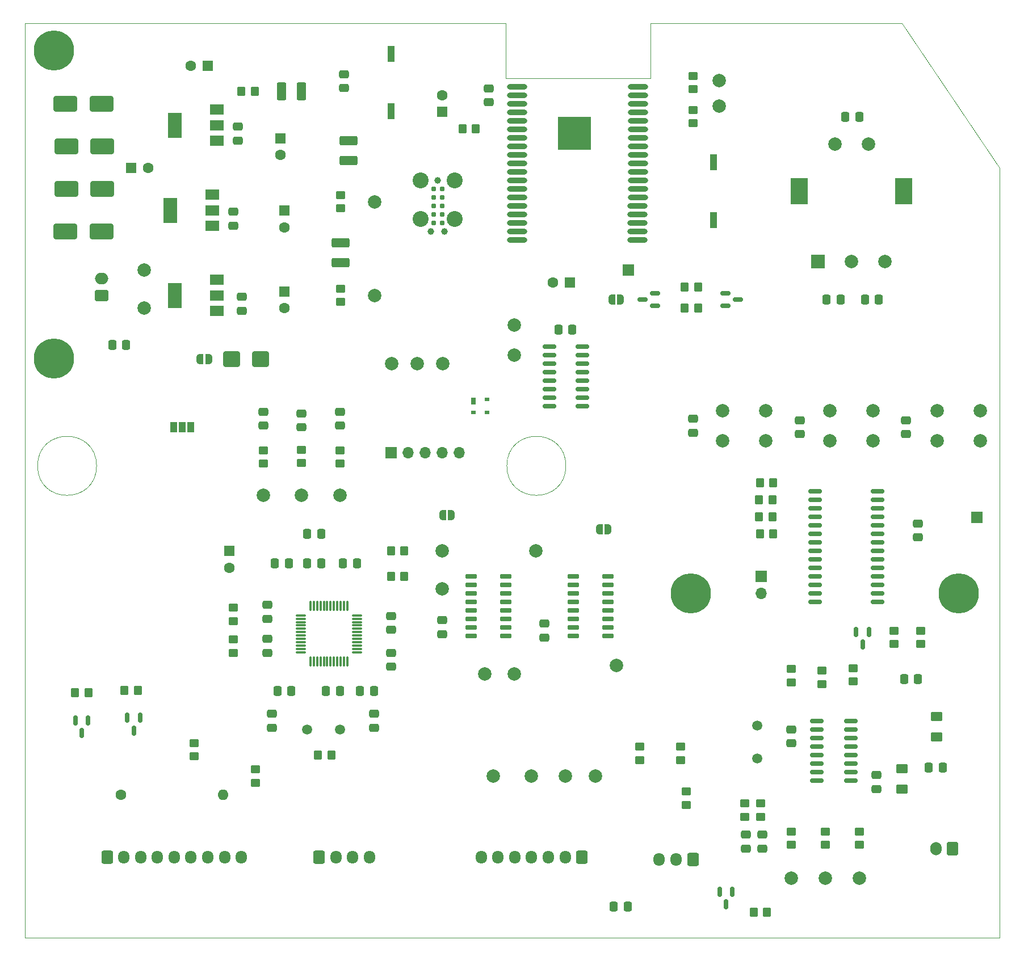
<source format=gbr>
G04 #@! TF.GenerationSoftware,KiCad,Pcbnew,7.0.1*
G04 #@! TF.CreationDate,2023-04-22T18:43:02+03:00*
G04 #@! TF.ProjectId,esp_radio,6573705f-7261-4646-996f-2e6b69636164,rev?*
G04 #@! TF.SameCoordinates,Original*
G04 #@! TF.FileFunction,Soldermask,Top*
G04 #@! TF.FilePolarity,Negative*
%FSLAX46Y46*%
G04 Gerber Fmt 4.6, Leading zero omitted, Abs format (unit mm)*
G04 Created by KiCad (PCBNEW 7.0.1) date 2023-04-22 18:43:02*
%MOMM*%
%LPD*%
G01*
G04 APERTURE LIST*
G04 Aperture macros list*
%AMRoundRect*
0 Rectangle with rounded corners*
0 $1 Rounding radius*
0 $2 $3 $4 $5 $6 $7 $8 $9 X,Y pos of 4 corners*
0 Add a 4 corners polygon primitive as box body*
4,1,4,$2,$3,$4,$5,$6,$7,$8,$9,$2,$3,0*
0 Add four circle primitives for the rounded corners*
1,1,$1+$1,$2,$3*
1,1,$1+$1,$4,$5*
1,1,$1+$1,$6,$7*
1,1,$1+$1,$8,$9*
0 Add four rect primitives between the rounded corners*
20,1,$1+$1,$2,$3,$4,$5,0*
20,1,$1+$1,$4,$5,$6,$7,0*
20,1,$1+$1,$6,$7,$8,$9,0*
20,1,$1+$1,$8,$9,$2,$3,0*%
%AMFreePoly0*
4,1,19,0.500000,-0.750000,0.000000,-0.750000,0.000000,-0.744911,-0.071157,-0.744911,-0.207708,-0.704816,-0.327430,-0.627875,-0.420627,-0.520320,-0.479746,-0.390866,-0.500000,-0.250000,-0.500000,0.250000,-0.479746,0.390866,-0.420627,0.520320,-0.327430,0.627875,-0.207708,0.704816,-0.071157,0.744911,0.000000,0.744911,0.000000,0.750000,0.500000,0.750000,0.500000,-0.750000,0.500000,-0.750000,
$1*%
%AMFreePoly1*
4,1,19,0.000000,0.744911,0.071157,0.744911,0.207708,0.704816,0.327430,0.627875,0.420627,0.520320,0.479746,0.390866,0.500000,0.250000,0.500000,-0.250000,0.479746,-0.390866,0.420627,-0.520320,0.327430,-0.627875,0.207708,-0.704816,0.071157,-0.744911,0.000000,-0.744911,0.000000,-0.750000,-0.500000,-0.750000,-0.500000,0.750000,0.000000,0.750000,0.000000,0.744911,0.000000,0.744911,
$1*%
G04 Aperture macros list end*
%ADD10R,1.600000X1.600000*%
%ADD11C,1.600000*%
%ADD12RoundRect,0.250000X0.450000X-0.350000X0.450000X0.350000X-0.450000X0.350000X-0.450000X-0.350000X0*%
%ADD13RoundRect,0.250000X-0.350000X-0.450000X0.350000X-0.450000X0.350000X0.450000X-0.350000X0.450000X0*%
%ADD14C,3.400000*%
%ADD15C,6.000000*%
%ADD16RoundRect,0.250000X0.350000X0.450000X-0.350000X0.450000X-0.350000X-0.450000X0.350000X-0.450000X0*%
%ADD17RoundRect,0.250000X0.475000X-0.337500X0.475000X0.337500X-0.475000X0.337500X-0.475000X-0.337500X0*%
%ADD18C,2.000000*%
%ADD19RoundRect,0.250000X-0.450000X0.350000X-0.450000X-0.350000X0.450000X-0.350000X0.450000X0.350000X0*%
%ADD20RoundRect,0.150000X-0.150000X0.587500X-0.150000X-0.587500X0.150000X-0.587500X0.150000X0.587500X0*%
%ADD21RoundRect,0.250000X-0.600000X-0.725000X0.600000X-0.725000X0.600000X0.725000X-0.600000X0.725000X0*%
%ADD22O,1.700000X1.950000*%
%ADD23R,1.700000X1.700000*%
%ADD24R,2.000000X1.500000*%
%ADD25R,2.000000X3.800000*%
%ADD26R,1.120000X2.440000*%
%ADD27RoundRect,0.250000X-0.337500X-0.475000X0.337500X-0.475000X0.337500X0.475000X-0.337500X0.475000X0*%
%ADD28RoundRect,0.250001X0.624999X-0.462499X0.624999X0.462499X-0.624999X0.462499X-0.624999X-0.462499X0*%
%ADD29RoundRect,0.250000X0.337500X0.475000X-0.337500X0.475000X-0.337500X-0.475000X0.337500X-0.475000X0*%
%ADD30R,2.000000X2.000000*%
%ADD31R,2.500000X4.000000*%
%ADD32RoundRect,0.075000X-0.662500X-0.075000X0.662500X-0.075000X0.662500X0.075000X-0.662500X0.075000X0*%
%ADD33RoundRect,0.075000X-0.075000X-0.662500X0.075000X-0.662500X0.075000X0.662500X-0.075000X0.662500X0*%
%ADD34RoundRect,0.150000X0.587500X0.150000X-0.587500X0.150000X-0.587500X-0.150000X0.587500X-0.150000X0*%
%ADD35RoundRect,0.250001X-1.074999X0.462499X-1.074999X-0.462499X1.074999X-0.462499X1.074999X0.462499X0*%
%ADD36RoundRect,0.250000X-0.475000X0.337500X-0.475000X-0.337500X0.475000X-0.337500X0.475000X0.337500X0*%
%ADD37FreePoly0,0.000000*%
%ADD38FreePoly1,0.000000*%
%ADD39C,1.500000*%
%ADD40RoundRect,0.150000X0.850000X0.150000X-0.850000X0.150000X-0.850000X-0.150000X0.850000X-0.150000X0*%
%ADD41RoundRect,0.150000X0.725000X0.150000X-0.725000X0.150000X-0.725000X-0.150000X0.725000X-0.150000X0*%
%ADD42RoundRect,0.250001X-0.624999X0.462499X-0.624999X-0.462499X0.624999X-0.462499X0.624999X0.462499X0*%
%ADD43RoundRect,0.250001X0.462499X1.074999X-0.462499X1.074999X-0.462499X-1.074999X0.462499X-1.074999X0*%
%ADD44FreePoly0,180.000000*%
%ADD45FreePoly1,180.000000*%
%ADD46RoundRect,0.150000X-0.825000X-0.150000X0.825000X-0.150000X0.825000X0.150000X-0.825000X0.150000X0*%
%ADD47O,3.000000X0.900000*%
%ADD48C,0.800000*%
%ADD49R,5.000000X5.000000*%
%ADD50O,1.700000X1.700000*%
%ADD51RoundRect,0.250000X-1.500000X-0.900000X1.500000X-0.900000X1.500000X0.900000X-1.500000X0.900000X0*%
%ADD52C,2.374900*%
%ADD53C,0.990600*%
%ADD54C,0.787400*%
%ADD55O,1.600000X1.600000*%
%ADD56RoundRect,0.250000X-1.000000X-0.900000X1.000000X-0.900000X1.000000X0.900000X-1.000000X0.900000X0*%
%ADD57RoundRect,0.250000X1.500000X0.900000X-1.500000X0.900000X-1.500000X-0.900000X1.500000X-0.900000X0*%
%ADD58R,0.700000X1.000000*%
%ADD59R,0.700000X0.600000*%
%ADD60RoundRect,0.150000X-0.587500X-0.150000X0.587500X-0.150000X0.587500X0.150000X-0.587500X0.150000X0*%
%ADD61RoundRect,0.150000X0.875000X0.150000X-0.875000X0.150000X-0.875000X-0.150000X0.875000X-0.150000X0*%
%ADD62R,1.000000X1.500000*%
%ADD63RoundRect,0.250000X0.600000X0.725000X-0.600000X0.725000X-0.600000X-0.725000X0.600000X-0.725000X0*%
%ADD64RoundRect,0.250000X0.750000X-0.600000X0.750000X0.600000X-0.750000X0.600000X-0.750000X-0.600000X0*%
%ADD65O,2.000000X1.700000*%
%ADD66RoundRect,0.250000X0.600000X0.750000X-0.600000X0.750000X-0.600000X-0.750000X0.600000X-0.750000X0*%
%ADD67O,1.700000X2.000000*%
G04 #@! TA.AperFunction,Profile*
%ADD68C,0.100000*%
G04 #@! TD*
G04 APERTURE END LIST*
D10*
X152400000Y-32320113D03*
D11*
X152400000Y-29820113D03*
D12*
X204470000Y-117443000D03*
X204470000Y-115443000D03*
D13*
X199820000Y-87630000D03*
X201820000Y-87630000D03*
D14*
X94489000Y-69140000D03*
D15*
X94489000Y-69140000D03*
D16*
X135890000Y-128270000D03*
X133890000Y-128270000D03*
D17*
X159385000Y-30882500D03*
X159385000Y-28807500D03*
D18*
X165735000Y-131445000D03*
D19*
X209550000Y-139700000D03*
X209550000Y-141700000D03*
D12*
X125730000Y-84820000D03*
X125730000Y-82820000D03*
X181864000Y-129032000D03*
X181864000Y-127032000D03*
D16*
X146780000Y-97790000D03*
X144780000Y-97790000D03*
D18*
X158750000Y-116205000D03*
X204470000Y-146685000D03*
D20*
X195719500Y-148729500D03*
X193819500Y-148729500D03*
X194769500Y-150604500D03*
D21*
X134105000Y-143510000D03*
D22*
X136605000Y-143510000D03*
X139105000Y-143510000D03*
X141605000Y-143510000D03*
D16*
X190595000Y-61595000D03*
X188595000Y-61595000D03*
D23*
X180213000Y-55880000D03*
D12*
X137270000Y-46720000D03*
X137270000Y-44720000D03*
D18*
X170815000Y-131445000D03*
D24*
X118830000Y-36590000D03*
X118830000Y-34290000D03*
D25*
X112530000Y-34290000D03*
D24*
X118830000Y-31990000D03*
D26*
X144780000Y-23635000D03*
X144780000Y-32245000D03*
D18*
X209550000Y-146685000D03*
D27*
X169777500Y-64770000D03*
X171852500Y-64770000D03*
D18*
X107950000Y-61595000D03*
D28*
X226187000Y-125566500D03*
X226187000Y-122591500D03*
D29*
X129942500Y-118745000D03*
X127867500Y-118745000D03*
D30*
X208489000Y-54640000D03*
D18*
X218489000Y-54640000D03*
X213489000Y-54640000D03*
D31*
X205739000Y-44140000D03*
X221239000Y-44140000D03*
D18*
X210989000Y-37140000D03*
X215989000Y-37140000D03*
D17*
X144780000Y-109622500D03*
X144780000Y-107547500D03*
D29*
X180107500Y-150876000D03*
X178032500Y-150876000D03*
X134387500Y-95250000D03*
X132312500Y-95250000D03*
D32*
X131382500Y-107457500D03*
X131382500Y-107957500D03*
X131382500Y-108457500D03*
X131382500Y-108957500D03*
X131382500Y-109457500D03*
X131382500Y-109957500D03*
X131382500Y-110457500D03*
X131382500Y-110957500D03*
X131382500Y-111457500D03*
X131382500Y-111957500D03*
X131382500Y-112457500D03*
X131382500Y-112957500D03*
D33*
X132795000Y-114370000D03*
X133295000Y-114370000D03*
X133795000Y-114370000D03*
X134295000Y-114370000D03*
X134795000Y-114370000D03*
X135295000Y-114370000D03*
X135795000Y-114370000D03*
X136295000Y-114370000D03*
X136795000Y-114370000D03*
X137295000Y-114370000D03*
X137795000Y-114370000D03*
X138295000Y-114370000D03*
D32*
X139707500Y-112957500D03*
X139707500Y-112457500D03*
X139707500Y-111957500D03*
X139707500Y-111457500D03*
X139707500Y-110957500D03*
X139707500Y-110457500D03*
X139707500Y-109957500D03*
X139707500Y-109457500D03*
X139707500Y-108957500D03*
X139707500Y-108457500D03*
X139707500Y-107957500D03*
X139707500Y-107457500D03*
D33*
X138295000Y-106045000D03*
X137795000Y-106045000D03*
X137295000Y-106045000D03*
X136795000Y-106045000D03*
X136295000Y-106045000D03*
X135795000Y-106045000D03*
X135295000Y-106045000D03*
X134795000Y-106045000D03*
X134295000Y-106045000D03*
X133795000Y-106045000D03*
X133295000Y-106045000D03*
X132795000Y-106045000D03*
D18*
X131445000Y-89535000D03*
X142350000Y-45720000D03*
X193785000Y-27665000D03*
D19*
X124587000Y-130461000D03*
X124587000Y-132461000D03*
X204470000Y-139700000D03*
X204470000Y-141700000D03*
D34*
X184182500Y-61275000D03*
X184182500Y-59375000D03*
X182307500Y-60325000D03*
D27*
X127465000Y-99695000D03*
X129540000Y-99695000D03*
D35*
X137270000Y-51852500D03*
X137270000Y-54827500D03*
D36*
X221615000Y-78337500D03*
X221615000Y-80412500D03*
D10*
X128905000Y-47054888D03*
D11*
X128905000Y-49554888D03*
D36*
X122555000Y-59922500D03*
X122555000Y-61997500D03*
D19*
X197609600Y-135519500D03*
X197609600Y-137519500D03*
D18*
X232739000Y-81390000D03*
X226239000Y-81390000D03*
X232739000Y-76890000D03*
X226239000Y-76890000D03*
D26*
X192900000Y-48480000D03*
X192900000Y-39870000D03*
D19*
X199898000Y-135519500D03*
X199898000Y-137519500D03*
D37*
X177740000Y-60325000D03*
D38*
X179040000Y-60325000D03*
D12*
X189865000Y-34020000D03*
X189865000Y-32020000D03*
D23*
X232156000Y-92837000D03*
D39*
X199390000Y-128815000D03*
X199390000Y-123915000D03*
D36*
X126365000Y-105875000D03*
X126365000Y-107950000D03*
D18*
X137160000Y-89535000D03*
D24*
X118830000Y-61990000D03*
X118830000Y-59690000D03*
D25*
X112530000Y-59690000D03*
D24*
X118830000Y-57390000D03*
D40*
X213360000Y-132080000D03*
X213360000Y-130810000D03*
X213360000Y-129540000D03*
X213360000Y-128270000D03*
X213360000Y-127000000D03*
X213360000Y-125730000D03*
X213360000Y-124460000D03*
X213360000Y-123190000D03*
X208360000Y-123190000D03*
X208360000Y-124460000D03*
X208360000Y-125730000D03*
X208360000Y-127000000D03*
X208360000Y-128270000D03*
X208360000Y-129540000D03*
X208360000Y-130810000D03*
X208360000Y-132080000D03*
D41*
X177165000Y-110490000D03*
X177165000Y-109220000D03*
X177165000Y-107950000D03*
X177165000Y-106680000D03*
X177165000Y-105410000D03*
X177165000Y-104140000D03*
X177165000Y-102870000D03*
X177165000Y-101600000D03*
X172015000Y-101600000D03*
X172015000Y-102870000D03*
X172015000Y-104140000D03*
X172015000Y-105410000D03*
X172015000Y-106680000D03*
X172015000Y-107950000D03*
X172015000Y-109220000D03*
X172015000Y-110490000D03*
D17*
X204470000Y-126535000D03*
X204470000Y-124460000D03*
D19*
X188849000Y-133747000D03*
X188849000Y-135747000D03*
D27*
X135085000Y-118745000D03*
X137160000Y-118745000D03*
D13*
X199725000Y-90170000D03*
X201725000Y-90170000D03*
D18*
X125730000Y-89535000D03*
D36*
X121285000Y-47222500D03*
X121285000Y-49297500D03*
D42*
X220980000Y-130375000D03*
X220980000Y-133350000D03*
D14*
X94489000Y-23140000D03*
D15*
X94489000Y-23140000D03*
D13*
X199820000Y-95250000D03*
X201820000Y-95250000D03*
D36*
X142240000Y-122152500D03*
X142240000Y-124227500D03*
D17*
X152400000Y-110257500D03*
X152400000Y-108182500D03*
D21*
X102475000Y-143510000D03*
D22*
X104975000Y-143510000D03*
X107475000Y-143510000D03*
X109975000Y-143510000D03*
X112475000Y-143510000D03*
X114975000Y-143510000D03*
X117475000Y-143510000D03*
X119975000Y-143510000D03*
X122475000Y-143510000D03*
D17*
X217170000Y-133350000D03*
X217170000Y-131275000D03*
D19*
X214630000Y-139700000D03*
X214630000Y-141700000D03*
D12*
X131445000Y-84725000D03*
X131445000Y-82725000D03*
D43*
X131445000Y-29210000D03*
X128470000Y-29210000D03*
D44*
X117602000Y-69215000D03*
D45*
X116302000Y-69215000D03*
D46*
X168405000Y-67310000D03*
X168405000Y-68580000D03*
X168405000Y-69850000D03*
X168405000Y-71120000D03*
X168405000Y-72390000D03*
X168405000Y-73660000D03*
X168405000Y-74930000D03*
X168405000Y-76200000D03*
X173355000Y-76200000D03*
X173355000Y-74930000D03*
X173355000Y-73660000D03*
X173355000Y-72390000D03*
X173355000Y-71120000D03*
X173355000Y-69850000D03*
X173355000Y-68580000D03*
X173355000Y-67310000D03*
D17*
X167640000Y-110744000D03*
X167640000Y-108669000D03*
D47*
X163580000Y-28575000D03*
X163580000Y-29845000D03*
X163580000Y-31115000D03*
X163580000Y-32385000D03*
X163580000Y-33655000D03*
X163580000Y-34925000D03*
X163580000Y-36195000D03*
X163580000Y-37465000D03*
X163580000Y-38735000D03*
X163580000Y-40005000D03*
X163580000Y-41275000D03*
X163580000Y-42545000D03*
X163580000Y-43815000D03*
X163580000Y-45085000D03*
X163580000Y-46385000D03*
X163580000Y-47655000D03*
X163580000Y-48925000D03*
X163580000Y-50195000D03*
X163580000Y-51465000D03*
X181580000Y-51465000D03*
X181580000Y-50195000D03*
X181580000Y-48925000D03*
X181580000Y-47655000D03*
X181580000Y-46385000D03*
X181610000Y-45085000D03*
X181610000Y-43815000D03*
X181610000Y-42545000D03*
X181610000Y-41275000D03*
X181610000Y-40005000D03*
X181610000Y-38735000D03*
X181610000Y-37465000D03*
X181610000Y-36195000D03*
X181610000Y-34925000D03*
X181610000Y-33655000D03*
X181610000Y-32385000D03*
X181610000Y-31115000D03*
X181610000Y-29845000D03*
X181610000Y-28575000D03*
D48*
X170180000Y-33485000D03*
X170180000Y-34485000D03*
X170180000Y-35485000D03*
X170180000Y-36485000D03*
X170180000Y-37485000D03*
X171180000Y-33485000D03*
X171180000Y-34485000D03*
X171180000Y-35485000D03*
X171180000Y-36485000D03*
X171180000Y-37485000D03*
X172180000Y-33485000D03*
X172180000Y-34485000D03*
X172180000Y-35485000D03*
D49*
X172180000Y-35495000D03*
D48*
X172180000Y-36485000D03*
X172180000Y-37485000D03*
X173180000Y-33485000D03*
X173180000Y-34485000D03*
X173180000Y-35485000D03*
X173180000Y-36485000D03*
X173180000Y-37485000D03*
X174180000Y-33485000D03*
X174180000Y-34485000D03*
X174180000Y-35485000D03*
X174180000Y-36485000D03*
X174180000Y-37485000D03*
D12*
X137270000Y-60690000D03*
X137270000Y-58690000D03*
D27*
X103208000Y-67056000D03*
X105283000Y-67056000D03*
D17*
X197739000Y-142240000D03*
X197739000Y-140165000D03*
D18*
X178400000Y-114935000D03*
D20*
X99613000Y-123160000D03*
X97713000Y-123160000D03*
X98663000Y-125035000D03*
D18*
X175260000Y-131445000D03*
X214630000Y-146685000D03*
D23*
X200025000Y-101600000D03*
D50*
X200025000Y-104140000D03*
D51*
X96200000Y-50165000D03*
X101600000Y-50165000D03*
D18*
X152400000Y-97790000D03*
D17*
X144780000Y-115105000D03*
X144780000Y-113030000D03*
D13*
X199725000Y-92710000D03*
X201725000Y-92710000D03*
D44*
X153797000Y-92456000D03*
D45*
X152497000Y-92456000D03*
D18*
X216739000Y-81390000D03*
X210239000Y-81390000D03*
X216739000Y-76890000D03*
X210239000Y-76890000D03*
D13*
X105061000Y-118618000D03*
X107061000Y-118618000D03*
D17*
X125730000Y-79142500D03*
X125730000Y-77067500D03*
D19*
X219837000Y-109744000D03*
X219837000Y-111744000D03*
D35*
X138430000Y-36612500D03*
X138430000Y-39587500D03*
D36*
X137795000Y-26670000D03*
X137795000Y-28745000D03*
D14*
X189489000Y-104140000D03*
D15*
X189489000Y-104140000D03*
D18*
X163195000Y-64135000D03*
D17*
X127000000Y-124227500D03*
X127000000Y-122152500D03*
D13*
X97663000Y-119017500D03*
X99663000Y-119017500D03*
D17*
X131445000Y-79375000D03*
X131445000Y-77300000D03*
D18*
X166370000Y-97790000D03*
D19*
X115443000Y-126492000D03*
X115443000Y-128492000D03*
D13*
X122460000Y-29210000D03*
X124460000Y-29210000D03*
D27*
X221339500Y-116967000D03*
X223414500Y-116967000D03*
D29*
X227097500Y-130175000D03*
X225022500Y-130175000D03*
D39*
X132260000Y-124460000D03*
X137160000Y-124460000D03*
D19*
X213741000Y-115332000D03*
X213741000Y-117332000D03*
D27*
X140165000Y-118745000D03*
X142240000Y-118745000D03*
D52*
X154305000Y-42545000D03*
D53*
X151765000Y-42545000D03*
D52*
X149225000Y-42545000D03*
X154305000Y-48260000D03*
X149225000Y-48260000D03*
D53*
X152781000Y-50165000D03*
X150749000Y-50165000D03*
D54*
X151130000Y-43815000D03*
X151130000Y-45085000D03*
X151130000Y-46355000D03*
X151130000Y-47625000D03*
X151130000Y-48895000D03*
X152400000Y-48895000D03*
X152400000Y-47625000D03*
X152400000Y-46355000D03*
X152400000Y-45085000D03*
X152400000Y-43815000D03*
D24*
X118170000Y-49290000D03*
X118170000Y-46990000D03*
D25*
X111870000Y-46990000D03*
D24*
X118170000Y-44690000D03*
D36*
X223393000Y-93726000D03*
X223393000Y-95801000D03*
D20*
X216088000Y-109933500D03*
X214188000Y-109933500D03*
X215138000Y-111808500D03*
D12*
X137160000Y-84820000D03*
X137160000Y-82820000D03*
D20*
X107376000Y-122760500D03*
X105476000Y-122760500D03*
X106426000Y-124635500D03*
D11*
X104521000Y-134239000D03*
D55*
X119761000Y-134239000D03*
D56*
X121040000Y-69215000D03*
X125340000Y-69215000D03*
D18*
X160020000Y-131445000D03*
D14*
X229489000Y-104140000D03*
D15*
X229489000Y-104140000D03*
D19*
X209042000Y-115713000D03*
X209042000Y-117713000D03*
D18*
X152510000Y-69850000D03*
D57*
X101600000Y-31115000D03*
X96200000Y-31115000D03*
D19*
X223774000Y-109744000D03*
X223774000Y-111744000D03*
D51*
X96360000Y-37465000D03*
X101760000Y-37465000D03*
D13*
X188595000Y-58420000D03*
X190595000Y-58420000D03*
D10*
X128270000Y-36235000D03*
D11*
X128270000Y-38735000D03*
D18*
X152400000Y-103505000D03*
D12*
X187960000Y-129032000D03*
X187960000Y-127032000D03*
D18*
X107950000Y-55880000D03*
D27*
X137625000Y-99695000D03*
X139700000Y-99695000D03*
D36*
X121920000Y-34522500D03*
X121920000Y-36597500D03*
D18*
X163195000Y-116205000D03*
D19*
X189865000Y-26940000D03*
X189865000Y-28940000D03*
D18*
X163195000Y-68580000D03*
D17*
X137160000Y-79142500D03*
X137160000Y-77067500D03*
D19*
X121285000Y-111030000D03*
X121285000Y-113030000D03*
D57*
X101760000Y-43815000D03*
X96360000Y-43815000D03*
D58*
X157115000Y-75450000D03*
D59*
X157115000Y-77150000D03*
X159115000Y-77150000D03*
X159115000Y-75250000D03*
D18*
X193785000Y-31475000D03*
D10*
X171450000Y-57785000D03*
D11*
X168950000Y-57785000D03*
D18*
X142350000Y-59690000D03*
D60*
X194705000Y-59375000D03*
X194705000Y-61275000D03*
X196580000Y-60325000D03*
D29*
X217572500Y-60325000D03*
X215497500Y-60325000D03*
X214630000Y-33020000D03*
X212555000Y-33020000D03*
D41*
X161925000Y-110490000D03*
X161925000Y-109220000D03*
X161925000Y-107950000D03*
X161925000Y-106680000D03*
X161925000Y-105410000D03*
X161925000Y-104140000D03*
X161925000Y-102870000D03*
X161925000Y-101600000D03*
X156775000Y-101600000D03*
X156775000Y-102870000D03*
X156775000Y-104140000D03*
X156775000Y-105410000D03*
X156775000Y-106680000D03*
X156775000Y-107950000D03*
X156775000Y-109220000D03*
X156775000Y-110490000D03*
D13*
X155464000Y-34798000D03*
X157464000Y-34798000D03*
D36*
X205740000Y-78337500D03*
X205740000Y-80412500D03*
D61*
X217375000Y-105410000D03*
X217375000Y-104140000D03*
X217375000Y-102870000D03*
X217375000Y-101600000D03*
X217375000Y-100330000D03*
X217375000Y-99060000D03*
X217375000Y-97790000D03*
X217375000Y-96520000D03*
X217375000Y-95250000D03*
X217375000Y-93980000D03*
X217375000Y-92710000D03*
X217375000Y-91440000D03*
X217375000Y-90170000D03*
X217375000Y-88900000D03*
X208075000Y-88900000D03*
X208075000Y-90170000D03*
X208075000Y-91440000D03*
X208075000Y-92710000D03*
X208075000Y-93980000D03*
X208075000Y-95250000D03*
X208075000Y-96520000D03*
X208075000Y-97790000D03*
X208075000Y-99060000D03*
X208075000Y-100330000D03*
X208075000Y-101600000D03*
X208075000Y-102870000D03*
X208075000Y-104140000D03*
X208075000Y-105410000D03*
D62*
X112365000Y-79375000D03*
X113665000Y-79375000D03*
X114965000Y-79375000D03*
D10*
X120650000Y-97854888D03*
D11*
X120650000Y-100354888D03*
D16*
X200898000Y-151765000D03*
X198898000Y-151765000D03*
D37*
X175895000Y-94615000D03*
D38*
X177195000Y-94615000D03*
D19*
X121285000Y-106315000D03*
X121285000Y-108315000D03*
D27*
X132312500Y-99695000D03*
X134387500Y-99695000D03*
D36*
X189865000Y-78105000D03*
X189865000Y-80180000D03*
D10*
X117475000Y-25400000D03*
D11*
X114975000Y-25400000D03*
D16*
X146780000Y-101600000D03*
X144780000Y-101600000D03*
D18*
X200739000Y-81390000D03*
X194239000Y-81390000D03*
X200739000Y-76890000D03*
X194239000Y-76890000D03*
D17*
X200152000Y-142240000D03*
X200152000Y-140165000D03*
X126365000Y-113030000D03*
X126365000Y-110955000D03*
D10*
X128905000Y-59119888D03*
D11*
X128905000Y-61619888D03*
D18*
X148700000Y-69850000D03*
X144890000Y-69850000D03*
D10*
X106085000Y-40640000D03*
D11*
X108585000Y-40640000D03*
D23*
X144780000Y-83185000D03*
D50*
X147320000Y-83185000D03*
X149860000Y-83185000D03*
X152400000Y-83185000D03*
X154940000Y-83185000D03*
D27*
X209782500Y-60325000D03*
X211857500Y-60325000D03*
D63*
X189825000Y-143870000D03*
D22*
X187325000Y-143870000D03*
X184825000Y-143870000D03*
D64*
X101600000Y-59690000D03*
D65*
X101600000Y-57190000D03*
D66*
X228560000Y-142295000D03*
D67*
X226060000Y-142295000D03*
D63*
X173275000Y-143510000D03*
D22*
X170775000Y-143510000D03*
X168275000Y-143510000D03*
X165775000Y-143510000D03*
X163275000Y-143510000D03*
X160775000Y-143510000D03*
X158275000Y-143510000D03*
D68*
X161925000Y-27305000D02*
X183519532Y-27305000D01*
X183519532Y-19050000D01*
X220980000Y-19050000D01*
X235589532Y-40640000D01*
X235589532Y-155575000D01*
X90174532Y-155575000D01*
X90174532Y-19050000D01*
X161925000Y-19050000D01*
X161925000Y-27305000D01*
X170894309Y-85140000D02*
G75*
G03*
X170894309Y-85140000I-4405309J0D01*
G01*
X100894309Y-85140000D02*
G75*
G03*
X100894309Y-85140000I-4405309J0D01*
G01*
M02*

</source>
